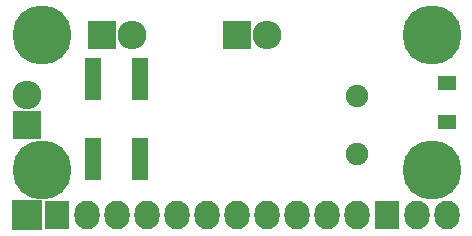
<source format=gbr>
G04 #@! TF.FileFunction,Soldermask,Bot*
%FSLAX46Y46*%
G04 Gerber Fmt 4.6, Leading zero omitted, Abs format (unit mm)*
G04 Created by KiCad (PCBNEW 0.201602201416+6573~42~ubuntu14.04.1-product) date mer. 24 févr. 2016 22:05:03 CET*
%MOMM*%
G01*
G04 APERTURE LIST*
%ADD10C,0.100000*%
%ADD11C,5.000000*%
%ADD12C,1.901140*%
%ADD13R,2.432000X2.432000*%
%ADD14O,2.432000X2.432000*%
%ADD15R,2.635200X2.635200*%
%ADD16R,2.127200X2.432000*%
%ADD17O,2.127200X2.432000*%
%ADD18R,1.400000X3.600000*%
%ADD19R,1.620000X1.310000*%
G04 APERTURE END LIST*
D10*
D11*
X149860000Y-104140000D03*
X116840000Y-104140000D03*
D12*
X143510000Y-109309060D03*
X143510000Y-114190940D03*
D13*
X121920000Y-104140000D03*
D14*
X124460000Y-104140000D03*
D13*
X133350000Y-104140000D03*
D14*
X135890000Y-104140000D03*
D13*
X115570000Y-111760000D03*
D14*
X115570000Y-109220000D03*
D15*
X115570000Y-119380000D03*
D16*
X146050000Y-119380000D03*
D17*
X148590000Y-119380000D03*
X151130000Y-119380000D03*
D16*
X118110000Y-119380000D03*
D17*
X120650000Y-119380000D03*
X123190000Y-119380000D03*
X125730000Y-119380000D03*
X128270000Y-119380000D03*
X130810000Y-119380000D03*
X133350000Y-119380000D03*
X135890000Y-119380000D03*
X138430000Y-119380000D03*
X140970000Y-119380000D03*
X143510000Y-119380000D03*
D18*
X121190000Y-114650000D03*
X121190000Y-107850000D03*
X125190000Y-107850000D03*
X125190000Y-114650000D03*
D19*
X151130000Y-111490000D03*
X151130000Y-108220000D03*
D11*
X149860000Y-115570000D03*
X116840000Y-115570000D03*
M02*

</source>
